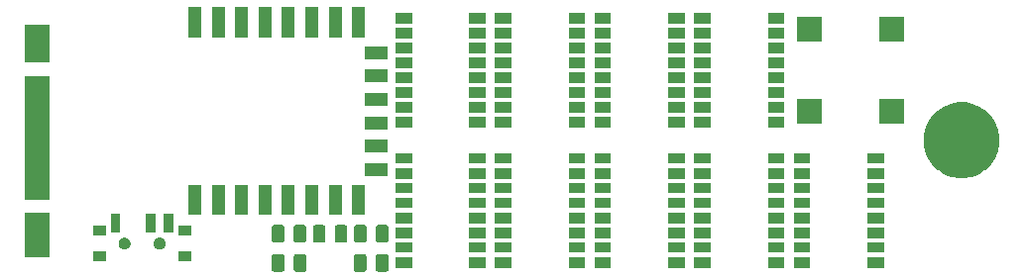
<source format=gbr>
G04 #@! TF.GenerationSoftware,KiCad,Pcbnew,(5.1.0-0)*
G04 #@! TF.CreationDate,2020-08-21T20:36:15-04:00*
G04 #@! TF.ProjectId,Rick Flash,5269636b-2046-46c6-9173-682e6b696361,1.1*
G04 #@! TF.SameCoordinates,Original*
G04 #@! TF.FileFunction,Soldermask,Top*
G04 #@! TF.FilePolarity,Negative*
%FSLAX46Y46*%
G04 Gerber Fmt 4.6, Leading zero omitted, Abs format (unit mm)*
G04 Created by KiCad (PCBNEW (5.1.0-0)) date 2020-08-21 20:36:15*
%MOMM*%
%LPD*%
G04 APERTURE LIST*
%ADD10C,0.100000*%
G04 APERTURE END LIST*
D10*
G36*
X115000000Y-103225000D02*
G01*
X115000000Y-106925000D01*
X117000000Y-106925000D01*
X117000000Y-103225000D01*
X115000000Y-103225000D01*
G37*
X115000000Y-103225000D02*
X115000000Y-106925000D01*
X117000000Y-106925000D01*
X117000000Y-103225000D01*
X115000000Y-103225000D01*
G36*
X115000000Y-91475000D02*
G01*
X115000000Y-102025000D01*
X117000000Y-102025000D01*
X117000000Y-91475000D01*
X115000000Y-91475000D01*
G37*
X115000000Y-91475000D02*
X115000000Y-102025000D01*
X117000000Y-102025000D01*
X117000000Y-91475000D01*
X115000000Y-91475000D01*
G36*
X115000000Y-87075000D02*
G01*
X115000000Y-90275000D01*
X117000000Y-90275000D01*
X117000000Y-87075000D01*
X115000000Y-87075000D01*
G37*
X115000000Y-87075000D02*
X115000000Y-90275000D01*
X117000000Y-90275000D01*
X117000000Y-87075000D01*
X115000000Y-87075000D01*
G36*
X145871468Y-106753565D02*
G01*
X145910138Y-106765296D01*
X145945777Y-106784346D01*
X145977017Y-106809983D01*
X146002654Y-106841223D01*
X146021704Y-106876862D01*
X146033435Y-106915532D01*
X146038000Y-106961888D01*
X146038000Y-108038112D01*
X146033435Y-108084468D01*
X146021704Y-108123138D01*
X146002654Y-108158777D01*
X145977017Y-108190017D01*
X145945777Y-108215654D01*
X145910138Y-108234704D01*
X145871468Y-108246435D01*
X145825112Y-108251000D01*
X145173888Y-108251000D01*
X145127532Y-108246435D01*
X145088862Y-108234704D01*
X145053223Y-108215654D01*
X145021983Y-108190017D01*
X144996346Y-108158777D01*
X144977296Y-108123138D01*
X144965565Y-108084468D01*
X144961000Y-108038112D01*
X144961000Y-106961888D01*
X144965565Y-106915532D01*
X144977296Y-106876862D01*
X144996346Y-106841223D01*
X145021983Y-106809983D01*
X145053223Y-106784346D01*
X145088862Y-106765296D01*
X145127532Y-106753565D01*
X145173888Y-106749000D01*
X145825112Y-106749000D01*
X145871468Y-106753565D01*
X145871468Y-106753565D01*
G37*
G36*
X143996468Y-106753565D02*
G01*
X144035138Y-106765296D01*
X144070777Y-106784346D01*
X144102017Y-106809983D01*
X144127654Y-106841223D01*
X144146704Y-106876862D01*
X144158435Y-106915532D01*
X144163000Y-106961888D01*
X144163000Y-108038112D01*
X144158435Y-108084468D01*
X144146704Y-108123138D01*
X144127654Y-108158777D01*
X144102017Y-108190017D01*
X144070777Y-108215654D01*
X144035138Y-108234704D01*
X143996468Y-108246435D01*
X143950112Y-108251000D01*
X143298888Y-108251000D01*
X143252532Y-108246435D01*
X143213862Y-108234704D01*
X143178223Y-108215654D01*
X143146983Y-108190017D01*
X143121346Y-108158777D01*
X143102296Y-108123138D01*
X143090565Y-108084468D01*
X143086000Y-108038112D01*
X143086000Y-106961888D01*
X143090565Y-106915532D01*
X143102296Y-106876862D01*
X143121346Y-106841223D01*
X143146983Y-106809983D01*
X143178223Y-106784346D01*
X143213862Y-106765296D01*
X143252532Y-106753565D01*
X143298888Y-106749000D01*
X143950112Y-106749000D01*
X143996468Y-106753565D01*
X143996468Y-106753565D01*
G37*
G36*
X138871468Y-106753565D02*
G01*
X138910138Y-106765296D01*
X138945777Y-106784346D01*
X138977017Y-106809983D01*
X139002654Y-106841223D01*
X139021704Y-106876862D01*
X139033435Y-106915532D01*
X139038000Y-106961888D01*
X139038000Y-108038112D01*
X139033435Y-108084468D01*
X139021704Y-108123138D01*
X139002654Y-108158777D01*
X138977017Y-108190017D01*
X138945777Y-108215654D01*
X138910138Y-108234704D01*
X138871468Y-108246435D01*
X138825112Y-108251000D01*
X138173888Y-108251000D01*
X138127532Y-108246435D01*
X138088862Y-108234704D01*
X138053223Y-108215654D01*
X138021983Y-108190017D01*
X137996346Y-108158777D01*
X137977296Y-108123138D01*
X137965565Y-108084468D01*
X137961000Y-108038112D01*
X137961000Y-106961888D01*
X137965565Y-106915532D01*
X137977296Y-106876862D01*
X137996346Y-106841223D01*
X138021983Y-106809983D01*
X138053223Y-106784346D01*
X138088862Y-106765296D01*
X138127532Y-106753565D01*
X138173888Y-106749000D01*
X138825112Y-106749000D01*
X138871468Y-106753565D01*
X138871468Y-106753565D01*
G37*
G36*
X136996468Y-106753565D02*
G01*
X137035138Y-106765296D01*
X137070777Y-106784346D01*
X137102017Y-106809983D01*
X137127654Y-106841223D01*
X137146704Y-106876862D01*
X137158435Y-106915532D01*
X137163000Y-106961888D01*
X137163000Y-108038112D01*
X137158435Y-108084468D01*
X137146704Y-108123138D01*
X137127654Y-108158777D01*
X137102017Y-108190017D01*
X137070777Y-108215654D01*
X137035138Y-108234704D01*
X136996468Y-108246435D01*
X136950112Y-108251000D01*
X136298888Y-108251000D01*
X136252532Y-108246435D01*
X136213862Y-108234704D01*
X136178223Y-108215654D01*
X136146983Y-108190017D01*
X136121346Y-108158777D01*
X136102296Y-108123138D01*
X136090565Y-108084468D01*
X136086000Y-108038112D01*
X136086000Y-106961888D01*
X136090565Y-106915532D01*
X136102296Y-106876862D01*
X136121346Y-106841223D01*
X136146983Y-106809983D01*
X136178223Y-106784346D01*
X136213862Y-106765296D01*
X136252532Y-106753565D01*
X136298888Y-106749000D01*
X136950112Y-106749000D01*
X136996468Y-106753565D01*
X136996468Y-106753565D01*
G37*
G36*
X171351000Y-107901000D02*
G01*
X169949000Y-107901000D01*
X169949000Y-106999000D01*
X171351000Y-106999000D01*
X171351000Y-107901000D01*
X171351000Y-107901000D01*
G37*
G36*
X165051000Y-107901000D02*
G01*
X163649000Y-107901000D01*
X163649000Y-106999000D01*
X165051000Y-106999000D01*
X165051000Y-107901000D01*
X165051000Y-107901000D01*
G37*
G36*
X162851000Y-107901000D02*
G01*
X161449000Y-107901000D01*
X161449000Y-106999000D01*
X162851000Y-106999000D01*
X162851000Y-107901000D01*
X162851000Y-107901000D01*
G37*
G36*
X156551000Y-107901000D02*
G01*
X155149000Y-107901000D01*
X155149000Y-106999000D01*
X156551000Y-106999000D01*
X156551000Y-107901000D01*
X156551000Y-107901000D01*
G37*
G36*
X154351000Y-107901000D02*
G01*
X152949000Y-107901000D01*
X152949000Y-106999000D01*
X154351000Y-106999000D01*
X154351000Y-107901000D01*
X154351000Y-107901000D01*
G37*
G36*
X148051000Y-107901000D02*
G01*
X146649000Y-107901000D01*
X146649000Y-106999000D01*
X148051000Y-106999000D01*
X148051000Y-107901000D01*
X148051000Y-107901000D01*
G37*
G36*
X188351000Y-107901000D02*
G01*
X186949000Y-107901000D01*
X186949000Y-106999000D01*
X188351000Y-106999000D01*
X188351000Y-107901000D01*
X188351000Y-107901000D01*
G37*
G36*
X182051000Y-107901000D02*
G01*
X180649000Y-107901000D01*
X180649000Y-106999000D01*
X182051000Y-106999000D01*
X182051000Y-107901000D01*
X182051000Y-107901000D01*
G37*
G36*
X179851000Y-107901000D02*
G01*
X178449000Y-107901000D01*
X178449000Y-106999000D01*
X179851000Y-106999000D01*
X179851000Y-107901000D01*
X179851000Y-107901000D01*
G37*
G36*
X173551000Y-107901000D02*
G01*
X172149000Y-107901000D01*
X172149000Y-106999000D01*
X173551000Y-106999000D01*
X173551000Y-107901000D01*
X173551000Y-107901000D01*
G37*
G36*
X129201000Y-107381000D02*
G01*
X128099000Y-107381000D01*
X128099000Y-106479000D01*
X129201000Y-106479000D01*
X129201000Y-107381000D01*
X129201000Y-107381000D01*
G37*
G36*
X121901000Y-107381000D02*
G01*
X120799000Y-107381000D01*
X120799000Y-106479000D01*
X121901000Y-106479000D01*
X121901000Y-107381000D01*
X121901000Y-107381000D01*
G37*
G36*
X148051000Y-106621000D02*
G01*
X146649000Y-106621000D01*
X146649000Y-105719000D01*
X148051000Y-105719000D01*
X148051000Y-106621000D01*
X148051000Y-106621000D01*
G37*
G36*
X154351000Y-106621000D02*
G01*
X152949000Y-106621000D01*
X152949000Y-105719000D01*
X154351000Y-105719000D01*
X154351000Y-106621000D01*
X154351000Y-106621000D01*
G37*
G36*
X156551000Y-106621000D02*
G01*
X155149000Y-106621000D01*
X155149000Y-105719000D01*
X156551000Y-105719000D01*
X156551000Y-106621000D01*
X156551000Y-106621000D01*
G37*
G36*
X162851000Y-106621000D02*
G01*
X161449000Y-106621000D01*
X161449000Y-105719000D01*
X162851000Y-105719000D01*
X162851000Y-106621000D01*
X162851000Y-106621000D01*
G37*
G36*
X165051000Y-106621000D02*
G01*
X163649000Y-106621000D01*
X163649000Y-105719000D01*
X165051000Y-105719000D01*
X165051000Y-106621000D01*
X165051000Y-106621000D01*
G37*
G36*
X171351000Y-106621000D02*
G01*
X169949000Y-106621000D01*
X169949000Y-105719000D01*
X171351000Y-105719000D01*
X171351000Y-106621000D01*
X171351000Y-106621000D01*
G37*
G36*
X173551000Y-106621000D02*
G01*
X172149000Y-106621000D01*
X172149000Y-105719000D01*
X173551000Y-105719000D01*
X173551000Y-106621000D01*
X173551000Y-106621000D01*
G37*
G36*
X179851000Y-106621000D02*
G01*
X178449000Y-106621000D01*
X178449000Y-105719000D01*
X179851000Y-105719000D01*
X179851000Y-106621000D01*
X179851000Y-106621000D01*
G37*
G36*
X182051000Y-106621000D02*
G01*
X180649000Y-106621000D01*
X180649000Y-105719000D01*
X182051000Y-105719000D01*
X182051000Y-106621000D01*
X182051000Y-106621000D01*
G37*
G36*
X188351000Y-106621000D02*
G01*
X186949000Y-106621000D01*
X186949000Y-105719000D01*
X188351000Y-105719000D01*
X188351000Y-106621000D01*
X188351000Y-106621000D01*
G37*
G36*
X126597740Y-105338626D02*
G01*
X126646136Y-105348253D01*
X126676909Y-105361000D01*
X126737311Y-105386019D01*
X126737312Y-105386020D01*
X126819369Y-105440848D01*
X126889152Y-105510631D01*
X126889153Y-105510633D01*
X126943981Y-105592689D01*
X126981747Y-105683865D01*
X127001000Y-105780655D01*
X127001000Y-105879345D01*
X126981747Y-105976135D01*
X126943981Y-106067311D01*
X126943980Y-106067312D01*
X126889152Y-106149369D01*
X126819369Y-106219152D01*
X126778062Y-106246752D01*
X126737311Y-106273981D01*
X126683902Y-106296104D01*
X126646136Y-106311747D01*
X126597740Y-106321373D01*
X126549345Y-106331000D01*
X126450655Y-106331000D01*
X126402260Y-106321373D01*
X126353864Y-106311747D01*
X126316098Y-106296104D01*
X126262689Y-106273981D01*
X126221938Y-106246752D01*
X126180631Y-106219152D01*
X126110848Y-106149369D01*
X126056020Y-106067312D01*
X126056019Y-106067311D01*
X126018253Y-105976135D01*
X125999000Y-105879345D01*
X125999000Y-105780655D01*
X126018253Y-105683865D01*
X126056019Y-105592689D01*
X126110847Y-105510633D01*
X126110848Y-105510631D01*
X126180631Y-105440848D01*
X126262688Y-105386020D01*
X126262689Y-105386019D01*
X126323091Y-105361000D01*
X126353864Y-105348253D01*
X126402260Y-105338626D01*
X126450655Y-105329000D01*
X126549345Y-105329000D01*
X126597740Y-105338626D01*
X126597740Y-105338626D01*
G37*
G36*
X123597740Y-105338626D02*
G01*
X123646136Y-105348253D01*
X123676909Y-105361000D01*
X123737311Y-105386019D01*
X123737312Y-105386020D01*
X123819369Y-105440848D01*
X123889152Y-105510631D01*
X123889153Y-105510633D01*
X123943981Y-105592689D01*
X123981747Y-105683865D01*
X124001000Y-105780655D01*
X124001000Y-105879345D01*
X123981747Y-105976135D01*
X123943981Y-106067311D01*
X123943980Y-106067312D01*
X123889152Y-106149369D01*
X123819369Y-106219152D01*
X123778062Y-106246752D01*
X123737311Y-106273981D01*
X123683902Y-106296104D01*
X123646136Y-106311747D01*
X123597740Y-106321373D01*
X123549345Y-106331000D01*
X123450655Y-106331000D01*
X123402260Y-106321373D01*
X123353864Y-106311747D01*
X123316098Y-106296104D01*
X123262689Y-106273981D01*
X123221938Y-106246752D01*
X123180631Y-106219152D01*
X123110848Y-106149369D01*
X123056020Y-106067312D01*
X123056019Y-106067311D01*
X123018253Y-105976135D01*
X122999000Y-105879345D01*
X122999000Y-105780655D01*
X123018253Y-105683865D01*
X123056019Y-105592689D01*
X123110847Y-105510633D01*
X123110848Y-105510631D01*
X123180631Y-105440848D01*
X123262688Y-105386020D01*
X123262689Y-105386019D01*
X123323091Y-105361000D01*
X123353864Y-105348253D01*
X123402260Y-105338626D01*
X123450655Y-105329000D01*
X123549345Y-105329000D01*
X123597740Y-105338626D01*
X123597740Y-105338626D01*
G37*
G36*
X142371468Y-104253565D02*
G01*
X142410138Y-104265296D01*
X142445777Y-104284346D01*
X142477017Y-104309983D01*
X142502654Y-104341223D01*
X142521704Y-104376862D01*
X142533435Y-104415532D01*
X142538000Y-104461888D01*
X142538000Y-105538112D01*
X142533435Y-105584468D01*
X142521704Y-105623138D01*
X142502654Y-105658777D01*
X142477017Y-105690017D01*
X142445777Y-105715654D01*
X142410138Y-105734704D01*
X142371468Y-105746435D01*
X142325112Y-105751000D01*
X141673888Y-105751000D01*
X141627532Y-105746435D01*
X141588862Y-105734704D01*
X141553223Y-105715654D01*
X141521983Y-105690017D01*
X141496346Y-105658777D01*
X141477296Y-105623138D01*
X141465565Y-105584468D01*
X141461000Y-105538112D01*
X141461000Y-104461888D01*
X141465565Y-104415532D01*
X141477296Y-104376862D01*
X141496346Y-104341223D01*
X141521983Y-104309983D01*
X141553223Y-104284346D01*
X141588862Y-104265296D01*
X141627532Y-104253565D01*
X141673888Y-104249000D01*
X142325112Y-104249000D01*
X142371468Y-104253565D01*
X142371468Y-104253565D01*
G37*
G36*
X136996468Y-104253565D02*
G01*
X137035138Y-104265296D01*
X137070777Y-104284346D01*
X137102017Y-104309983D01*
X137127654Y-104341223D01*
X137146704Y-104376862D01*
X137158435Y-104415532D01*
X137163000Y-104461888D01*
X137163000Y-105538112D01*
X137158435Y-105584468D01*
X137146704Y-105623138D01*
X137127654Y-105658777D01*
X137102017Y-105690017D01*
X137070777Y-105715654D01*
X137035138Y-105734704D01*
X136996468Y-105746435D01*
X136950112Y-105751000D01*
X136298888Y-105751000D01*
X136252532Y-105746435D01*
X136213862Y-105734704D01*
X136178223Y-105715654D01*
X136146983Y-105690017D01*
X136121346Y-105658777D01*
X136102296Y-105623138D01*
X136090565Y-105584468D01*
X136086000Y-105538112D01*
X136086000Y-104461888D01*
X136090565Y-104415532D01*
X136102296Y-104376862D01*
X136121346Y-104341223D01*
X136146983Y-104309983D01*
X136178223Y-104284346D01*
X136213862Y-104265296D01*
X136252532Y-104253565D01*
X136298888Y-104249000D01*
X136950112Y-104249000D01*
X136996468Y-104253565D01*
X136996468Y-104253565D01*
G37*
G36*
X143996468Y-104253565D02*
G01*
X144035138Y-104265296D01*
X144070777Y-104284346D01*
X144102017Y-104309983D01*
X144127654Y-104341223D01*
X144146704Y-104376862D01*
X144158435Y-104415532D01*
X144163000Y-104461888D01*
X144163000Y-105538112D01*
X144158435Y-105584468D01*
X144146704Y-105623138D01*
X144127654Y-105658777D01*
X144102017Y-105690017D01*
X144070777Y-105715654D01*
X144035138Y-105734704D01*
X143996468Y-105746435D01*
X143950112Y-105751000D01*
X143298888Y-105751000D01*
X143252532Y-105746435D01*
X143213862Y-105734704D01*
X143178223Y-105715654D01*
X143146983Y-105690017D01*
X143121346Y-105658777D01*
X143102296Y-105623138D01*
X143090565Y-105584468D01*
X143086000Y-105538112D01*
X143086000Y-104461888D01*
X143090565Y-104415532D01*
X143102296Y-104376862D01*
X143121346Y-104341223D01*
X143146983Y-104309983D01*
X143178223Y-104284346D01*
X143213862Y-104265296D01*
X143252532Y-104253565D01*
X143298888Y-104249000D01*
X143950112Y-104249000D01*
X143996468Y-104253565D01*
X143996468Y-104253565D01*
G37*
G36*
X140496468Y-104253565D02*
G01*
X140535138Y-104265296D01*
X140570777Y-104284346D01*
X140602017Y-104309983D01*
X140627654Y-104341223D01*
X140646704Y-104376862D01*
X140658435Y-104415532D01*
X140663000Y-104461888D01*
X140663000Y-105538112D01*
X140658435Y-105584468D01*
X140646704Y-105623138D01*
X140627654Y-105658777D01*
X140602017Y-105690017D01*
X140570777Y-105715654D01*
X140535138Y-105734704D01*
X140496468Y-105746435D01*
X140450112Y-105751000D01*
X139798888Y-105751000D01*
X139752532Y-105746435D01*
X139713862Y-105734704D01*
X139678223Y-105715654D01*
X139646983Y-105690017D01*
X139621346Y-105658777D01*
X139602296Y-105623138D01*
X139590565Y-105584468D01*
X139586000Y-105538112D01*
X139586000Y-104461888D01*
X139590565Y-104415532D01*
X139602296Y-104376862D01*
X139621346Y-104341223D01*
X139646983Y-104309983D01*
X139678223Y-104284346D01*
X139713862Y-104265296D01*
X139752532Y-104253565D01*
X139798888Y-104249000D01*
X140450112Y-104249000D01*
X140496468Y-104253565D01*
X140496468Y-104253565D01*
G37*
G36*
X145871468Y-104253565D02*
G01*
X145910138Y-104265296D01*
X145945777Y-104284346D01*
X145977017Y-104309983D01*
X146002654Y-104341223D01*
X146021704Y-104376862D01*
X146033435Y-104415532D01*
X146038000Y-104461888D01*
X146038000Y-105538112D01*
X146033435Y-105584468D01*
X146021704Y-105623138D01*
X146002654Y-105658777D01*
X145977017Y-105690017D01*
X145945777Y-105715654D01*
X145910138Y-105734704D01*
X145871468Y-105746435D01*
X145825112Y-105751000D01*
X145173888Y-105751000D01*
X145127532Y-105746435D01*
X145088862Y-105734704D01*
X145053223Y-105715654D01*
X145021983Y-105690017D01*
X144996346Y-105658777D01*
X144977296Y-105623138D01*
X144965565Y-105584468D01*
X144961000Y-105538112D01*
X144961000Y-104461888D01*
X144965565Y-104415532D01*
X144977296Y-104376862D01*
X144996346Y-104341223D01*
X145021983Y-104309983D01*
X145053223Y-104284346D01*
X145088862Y-104265296D01*
X145127532Y-104253565D01*
X145173888Y-104249000D01*
X145825112Y-104249000D01*
X145871468Y-104253565D01*
X145871468Y-104253565D01*
G37*
G36*
X138871468Y-104253565D02*
G01*
X138910138Y-104265296D01*
X138945777Y-104284346D01*
X138977017Y-104309983D01*
X139002654Y-104341223D01*
X139021704Y-104376862D01*
X139033435Y-104415532D01*
X139038000Y-104461888D01*
X139038000Y-105538112D01*
X139033435Y-105584468D01*
X139021704Y-105623138D01*
X139002654Y-105658777D01*
X138977017Y-105690017D01*
X138945777Y-105715654D01*
X138910138Y-105734704D01*
X138871468Y-105746435D01*
X138825112Y-105751000D01*
X138173888Y-105751000D01*
X138127532Y-105746435D01*
X138088862Y-105734704D01*
X138053223Y-105715654D01*
X138021983Y-105690017D01*
X137996346Y-105658777D01*
X137977296Y-105623138D01*
X137965565Y-105584468D01*
X137961000Y-105538112D01*
X137961000Y-104461888D01*
X137965565Y-104415532D01*
X137977296Y-104376862D01*
X137996346Y-104341223D01*
X138021983Y-104309983D01*
X138053223Y-104284346D01*
X138088862Y-104265296D01*
X138127532Y-104253565D01*
X138173888Y-104249000D01*
X138825112Y-104249000D01*
X138871468Y-104253565D01*
X138871468Y-104253565D01*
G37*
G36*
X162851000Y-105361000D02*
G01*
X161449000Y-105361000D01*
X161449000Y-104459000D01*
X162851000Y-104459000D01*
X162851000Y-105361000D01*
X162851000Y-105361000D01*
G37*
G36*
X156551000Y-105361000D02*
G01*
X155149000Y-105361000D01*
X155149000Y-104459000D01*
X156551000Y-104459000D01*
X156551000Y-105361000D01*
X156551000Y-105361000D01*
G37*
G36*
X154351000Y-105361000D02*
G01*
X152949000Y-105361000D01*
X152949000Y-104459000D01*
X154351000Y-104459000D01*
X154351000Y-105361000D01*
X154351000Y-105361000D01*
G37*
G36*
X148051000Y-105361000D02*
G01*
X146649000Y-105361000D01*
X146649000Y-104459000D01*
X148051000Y-104459000D01*
X148051000Y-105361000D01*
X148051000Y-105361000D01*
G37*
G36*
X171351000Y-105361000D02*
G01*
X169949000Y-105361000D01*
X169949000Y-104459000D01*
X171351000Y-104459000D01*
X171351000Y-105361000D01*
X171351000Y-105361000D01*
G37*
G36*
X173551000Y-105361000D02*
G01*
X172149000Y-105361000D01*
X172149000Y-104459000D01*
X173551000Y-104459000D01*
X173551000Y-105361000D01*
X173551000Y-105361000D01*
G37*
G36*
X165051000Y-105361000D02*
G01*
X163649000Y-105361000D01*
X163649000Y-104459000D01*
X165051000Y-104459000D01*
X165051000Y-105361000D01*
X165051000Y-105361000D01*
G37*
G36*
X179851000Y-105361000D02*
G01*
X178449000Y-105361000D01*
X178449000Y-104459000D01*
X179851000Y-104459000D01*
X179851000Y-105361000D01*
X179851000Y-105361000D01*
G37*
G36*
X182051000Y-105361000D02*
G01*
X180649000Y-105361000D01*
X180649000Y-104459000D01*
X182051000Y-104459000D01*
X182051000Y-105361000D01*
X182051000Y-105361000D01*
G37*
G36*
X188351000Y-105361000D02*
G01*
X186949000Y-105361000D01*
X186949000Y-104459000D01*
X188351000Y-104459000D01*
X188351000Y-105361000D01*
X188351000Y-105361000D01*
G37*
G36*
X129201000Y-105171000D02*
G01*
X128099000Y-105171000D01*
X128099000Y-104269000D01*
X129201000Y-104269000D01*
X129201000Y-105171000D01*
X129201000Y-105171000D01*
G37*
G36*
X121901000Y-105171000D02*
G01*
X120799000Y-105171000D01*
X120799000Y-104269000D01*
X121901000Y-104269000D01*
X121901000Y-105171000D01*
X121901000Y-105171000D01*
G37*
G36*
X127651000Y-104871000D02*
G01*
X126849000Y-104871000D01*
X126849000Y-103269000D01*
X127651000Y-103269000D01*
X127651000Y-104871000D01*
X127651000Y-104871000D01*
G37*
G36*
X123151000Y-104871000D02*
G01*
X122349000Y-104871000D01*
X122349000Y-103269000D01*
X123151000Y-103269000D01*
X123151000Y-104871000D01*
X123151000Y-104871000D01*
G37*
G36*
X126151000Y-104871000D02*
G01*
X125349000Y-104871000D01*
X125349000Y-103269000D01*
X126151000Y-103269000D01*
X126151000Y-104871000D01*
X126151000Y-104871000D01*
G37*
G36*
X154351000Y-104091000D02*
G01*
X152949000Y-104091000D01*
X152949000Y-103189000D01*
X154351000Y-103189000D01*
X154351000Y-104091000D01*
X154351000Y-104091000D01*
G37*
G36*
X165051000Y-104091000D02*
G01*
X163649000Y-104091000D01*
X163649000Y-103189000D01*
X165051000Y-103189000D01*
X165051000Y-104091000D01*
X165051000Y-104091000D01*
G37*
G36*
X156551000Y-104091000D02*
G01*
X155149000Y-104091000D01*
X155149000Y-103189000D01*
X156551000Y-103189000D01*
X156551000Y-104091000D01*
X156551000Y-104091000D01*
G37*
G36*
X182051000Y-104091000D02*
G01*
X180649000Y-104091000D01*
X180649000Y-103189000D01*
X182051000Y-103189000D01*
X182051000Y-104091000D01*
X182051000Y-104091000D01*
G37*
G36*
X171351000Y-104091000D02*
G01*
X169949000Y-104091000D01*
X169949000Y-103189000D01*
X171351000Y-103189000D01*
X171351000Y-104091000D01*
X171351000Y-104091000D01*
G37*
G36*
X173551000Y-104091000D02*
G01*
X172149000Y-104091000D01*
X172149000Y-103189000D01*
X173551000Y-103189000D01*
X173551000Y-104091000D01*
X173551000Y-104091000D01*
G37*
G36*
X162851000Y-104091000D02*
G01*
X161449000Y-104091000D01*
X161449000Y-103189000D01*
X162851000Y-103189000D01*
X162851000Y-104091000D01*
X162851000Y-104091000D01*
G37*
G36*
X188351000Y-104091000D02*
G01*
X186949000Y-104091000D01*
X186949000Y-103189000D01*
X188351000Y-103189000D01*
X188351000Y-104091000D01*
X188351000Y-104091000D01*
G37*
G36*
X148051000Y-104091000D02*
G01*
X146649000Y-104091000D01*
X146649000Y-103189000D01*
X148051000Y-103189000D01*
X148051000Y-104091000D01*
X148051000Y-104091000D01*
G37*
G36*
X179851000Y-104091000D02*
G01*
X178449000Y-104091000D01*
X178449000Y-103189000D01*
X179851000Y-103189000D01*
X179851000Y-104091000D01*
X179851000Y-104091000D01*
G37*
G36*
X136051000Y-103401000D02*
G01*
X134949000Y-103401000D01*
X134949000Y-100799000D01*
X136051000Y-100799000D01*
X136051000Y-103401000D01*
X136051000Y-103401000D01*
G37*
G36*
X130051000Y-103401000D02*
G01*
X128949000Y-103401000D01*
X128949000Y-100799000D01*
X130051000Y-100799000D01*
X130051000Y-103401000D01*
X130051000Y-103401000D01*
G37*
G36*
X132051000Y-103401000D02*
G01*
X130949000Y-103401000D01*
X130949000Y-100799000D01*
X132051000Y-100799000D01*
X132051000Y-103401000D01*
X132051000Y-103401000D01*
G37*
G36*
X134051000Y-103401000D02*
G01*
X132949000Y-103401000D01*
X132949000Y-100799000D01*
X134051000Y-100799000D01*
X134051000Y-103401000D01*
X134051000Y-103401000D01*
G37*
G36*
X144051000Y-103401000D02*
G01*
X142949000Y-103401000D01*
X142949000Y-100799000D01*
X144051000Y-100799000D01*
X144051000Y-103401000D01*
X144051000Y-103401000D01*
G37*
G36*
X142051000Y-103401000D02*
G01*
X140949000Y-103401000D01*
X140949000Y-100799000D01*
X142051000Y-100799000D01*
X142051000Y-103401000D01*
X142051000Y-103401000D01*
G37*
G36*
X140051000Y-103401000D02*
G01*
X138949000Y-103401000D01*
X138949000Y-100799000D01*
X140051000Y-100799000D01*
X140051000Y-103401000D01*
X140051000Y-103401000D01*
G37*
G36*
X138051000Y-103401000D02*
G01*
X136949000Y-103401000D01*
X136949000Y-100799000D01*
X138051000Y-100799000D01*
X138051000Y-103401000D01*
X138051000Y-103401000D01*
G37*
G36*
X156551000Y-102811000D02*
G01*
X155149000Y-102811000D01*
X155149000Y-101909000D01*
X156551000Y-101909000D01*
X156551000Y-102811000D01*
X156551000Y-102811000D01*
G37*
G36*
X173551000Y-102811000D02*
G01*
X172149000Y-102811000D01*
X172149000Y-101909000D01*
X173551000Y-101909000D01*
X173551000Y-102811000D01*
X173551000Y-102811000D01*
G37*
G36*
X154351000Y-102811000D02*
G01*
X152949000Y-102811000D01*
X152949000Y-101909000D01*
X154351000Y-101909000D01*
X154351000Y-102811000D01*
X154351000Y-102811000D01*
G37*
G36*
X162851000Y-102811000D02*
G01*
X161449000Y-102811000D01*
X161449000Y-101909000D01*
X162851000Y-101909000D01*
X162851000Y-102811000D01*
X162851000Y-102811000D01*
G37*
G36*
X188351000Y-102811000D02*
G01*
X186949000Y-102811000D01*
X186949000Y-101909000D01*
X188351000Y-101909000D01*
X188351000Y-102811000D01*
X188351000Y-102811000D01*
G37*
G36*
X179851000Y-102811000D02*
G01*
X178449000Y-102811000D01*
X178449000Y-101909000D01*
X179851000Y-101909000D01*
X179851000Y-102811000D01*
X179851000Y-102811000D01*
G37*
G36*
X171351000Y-102811000D02*
G01*
X169949000Y-102811000D01*
X169949000Y-101909000D01*
X171351000Y-101909000D01*
X171351000Y-102811000D01*
X171351000Y-102811000D01*
G37*
G36*
X148051000Y-102811000D02*
G01*
X146649000Y-102811000D01*
X146649000Y-101909000D01*
X148051000Y-101909000D01*
X148051000Y-102811000D01*
X148051000Y-102811000D01*
G37*
G36*
X182051000Y-102811000D02*
G01*
X180649000Y-102811000D01*
X180649000Y-101909000D01*
X182051000Y-101909000D01*
X182051000Y-102811000D01*
X182051000Y-102811000D01*
G37*
G36*
X165051000Y-102811000D02*
G01*
X163649000Y-102811000D01*
X163649000Y-101909000D01*
X165051000Y-101909000D01*
X165051000Y-102811000D01*
X165051000Y-102811000D01*
G37*
G36*
X188351000Y-101541000D02*
G01*
X186949000Y-101541000D01*
X186949000Y-100639000D01*
X188351000Y-100639000D01*
X188351000Y-101541000D01*
X188351000Y-101541000D01*
G37*
G36*
X165051000Y-101541000D02*
G01*
X163649000Y-101541000D01*
X163649000Y-100639000D01*
X165051000Y-100639000D01*
X165051000Y-101541000D01*
X165051000Y-101541000D01*
G37*
G36*
X156551000Y-101541000D02*
G01*
X155149000Y-101541000D01*
X155149000Y-100639000D01*
X156551000Y-100639000D01*
X156551000Y-101541000D01*
X156551000Y-101541000D01*
G37*
G36*
X182051000Y-101541000D02*
G01*
X180649000Y-101541000D01*
X180649000Y-100639000D01*
X182051000Y-100639000D01*
X182051000Y-101541000D01*
X182051000Y-101541000D01*
G37*
G36*
X154351000Y-101541000D02*
G01*
X152949000Y-101541000D01*
X152949000Y-100639000D01*
X154351000Y-100639000D01*
X154351000Y-101541000D01*
X154351000Y-101541000D01*
G37*
G36*
X148051000Y-101541000D02*
G01*
X146649000Y-101541000D01*
X146649000Y-100639000D01*
X148051000Y-100639000D01*
X148051000Y-101541000D01*
X148051000Y-101541000D01*
G37*
G36*
X171351000Y-101541000D02*
G01*
X169949000Y-101541000D01*
X169949000Y-100639000D01*
X171351000Y-100639000D01*
X171351000Y-101541000D01*
X171351000Y-101541000D01*
G37*
G36*
X162851000Y-101541000D02*
G01*
X161449000Y-101541000D01*
X161449000Y-100639000D01*
X162851000Y-100639000D01*
X162851000Y-101541000D01*
X162851000Y-101541000D01*
G37*
G36*
X179851000Y-101541000D02*
G01*
X178449000Y-101541000D01*
X178449000Y-100639000D01*
X179851000Y-100639000D01*
X179851000Y-101541000D01*
X179851000Y-101541000D01*
G37*
G36*
X173551000Y-101541000D02*
G01*
X172149000Y-101541000D01*
X172149000Y-100639000D01*
X173551000Y-100639000D01*
X173551000Y-101541000D01*
X173551000Y-101541000D01*
G37*
G36*
X179851000Y-100281000D02*
G01*
X178449000Y-100281000D01*
X178449000Y-99379000D01*
X179851000Y-99379000D01*
X179851000Y-100281000D01*
X179851000Y-100281000D01*
G37*
G36*
X173551000Y-100281000D02*
G01*
X172149000Y-100281000D01*
X172149000Y-99379000D01*
X173551000Y-99379000D01*
X173551000Y-100281000D01*
X173551000Y-100281000D01*
G37*
G36*
X182051000Y-100281000D02*
G01*
X180649000Y-100281000D01*
X180649000Y-99379000D01*
X182051000Y-99379000D01*
X182051000Y-100281000D01*
X182051000Y-100281000D01*
G37*
G36*
X171351000Y-100281000D02*
G01*
X169949000Y-100281000D01*
X169949000Y-99379000D01*
X171351000Y-99379000D01*
X171351000Y-100281000D01*
X171351000Y-100281000D01*
G37*
G36*
X156551000Y-100281000D02*
G01*
X155149000Y-100281000D01*
X155149000Y-99379000D01*
X156551000Y-99379000D01*
X156551000Y-100281000D01*
X156551000Y-100281000D01*
G37*
G36*
X162851000Y-100281000D02*
G01*
X161449000Y-100281000D01*
X161449000Y-99379000D01*
X162851000Y-99379000D01*
X162851000Y-100281000D01*
X162851000Y-100281000D01*
G37*
G36*
X154351000Y-100281000D02*
G01*
X152949000Y-100281000D01*
X152949000Y-99379000D01*
X154351000Y-99379000D01*
X154351000Y-100281000D01*
X154351000Y-100281000D01*
G37*
G36*
X148051000Y-100281000D02*
G01*
X146649000Y-100281000D01*
X146649000Y-99379000D01*
X148051000Y-99379000D01*
X148051000Y-100281000D01*
X148051000Y-100281000D01*
G37*
G36*
X165051000Y-100281000D02*
G01*
X163649000Y-100281000D01*
X163649000Y-99379000D01*
X165051000Y-99379000D01*
X165051000Y-100281000D01*
X165051000Y-100281000D01*
G37*
G36*
X188351000Y-100281000D02*
G01*
X186949000Y-100281000D01*
X186949000Y-99379000D01*
X188351000Y-99379000D01*
X188351000Y-100281000D01*
X188351000Y-100281000D01*
G37*
G36*
X195634239Y-93811467D02*
G01*
X195948282Y-93873934D01*
X196539926Y-94119001D01*
X196947176Y-94391117D01*
X196997055Y-94424445D01*
X197072392Y-94474784D01*
X197525216Y-94927608D01*
X197880999Y-95460074D01*
X198126066Y-96051718D01*
X198251000Y-96679804D01*
X198251000Y-97320196D01*
X198126066Y-97948282D01*
X197880999Y-98539926D01*
X197690137Y-98825570D01*
X197525217Y-99072391D01*
X197072391Y-99525217D01*
X196966477Y-99595986D01*
X196539926Y-99880999D01*
X195948282Y-100126066D01*
X195634239Y-100188533D01*
X195320197Y-100251000D01*
X194679803Y-100251000D01*
X194365761Y-100188533D01*
X194051718Y-100126066D01*
X193460074Y-99880999D01*
X193033523Y-99595986D01*
X192927609Y-99525217D01*
X192474783Y-99072391D01*
X192309863Y-98825570D01*
X192119001Y-98539926D01*
X191873934Y-97948282D01*
X191749000Y-97320196D01*
X191749000Y-96679804D01*
X191873934Y-96051718D01*
X192119001Y-95460074D01*
X192474784Y-94927608D01*
X192927608Y-94474784D01*
X193002946Y-94424445D01*
X193052824Y-94391117D01*
X193460074Y-94119001D01*
X194051718Y-93873934D01*
X194365761Y-93811467D01*
X194679803Y-93749000D01*
X195320197Y-93749000D01*
X195634239Y-93811467D01*
X195634239Y-93811467D01*
G37*
G36*
X145951000Y-100051000D02*
G01*
X144049000Y-100051000D01*
X144049000Y-98949000D01*
X145951000Y-98949000D01*
X145951000Y-100051000D01*
X145951000Y-100051000D01*
G37*
G36*
X188351000Y-99001000D02*
G01*
X186949000Y-99001000D01*
X186949000Y-98099000D01*
X188351000Y-98099000D01*
X188351000Y-99001000D01*
X188351000Y-99001000D01*
G37*
G36*
X173551000Y-99001000D02*
G01*
X172149000Y-99001000D01*
X172149000Y-98099000D01*
X173551000Y-98099000D01*
X173551000Y-99001000D01*
X173551000Y-99001000D01*
G37*
G36*
X182051000Y-99001000D02*
G01*
X180649000Y-99001000D01*
X180649000Y-98099000D01*
X182051000Y-98099000D01*
X182051000Y-99001000D01*
X182051000Y-99001000D01*
G37*
G36*
X179851000Y-99001000D02*
G01*
X178449000Y-99001000D01*
X178449000Y-98099000D01*
X179851000Y-98099000D01*
X179851000Y-99001000D01*
X179851000Y-99001000D01*
G37*
G36*
X171351000Y-99001000D02*
G01*
X169949000Y-99001000D01*
X169949000Y-98099000D01*
X171351000Y-98099000D01*
X171351000Y-99001000D01*
X171351000Y-99001000D01*
G37*
G36*
X165051000Y-99001000D02*
G01*
X163649000Y-99001000D01*
X163649000Y-98099000D01*
X165051000Y-98099000D01*
X165051000Y-99001000D01*
X165051000Y-99001000D01*
G37*
G36*
X162851000Y-99001000D02*
G01*
X161449000Y-99001000D01*
X161449000Y-98099000D01*
X162851000Y-98099000D01*
X162851000Y-99001000D01*
X162851000Y-99001000D01*
G37*
G36*
X156551000Y-99001000D02*
G01*
X155149000Y-99001000D01*
X155149000Y-98099000D01*
X156551000Y-98099000D01*
X156551000Y-99001000D01*
X156551000Y-99001000D01*
G37*
G36*
X154351000Y-99001000D02*
G01*
X152949000Y-99001000D01*
X152949000Y-98099000D01*
X154351000Y-98099000D01*
X154351000Y-99001000D01*
X154351000Y-99001000D01*
G37*
G36*
X148051000Y-99001000D02*
G01*
X146649000Y-99001000D01*
X146649000Y-98099000D01*
X148051000Y-98099000D01*
X148051000Y-99001000D01*
X148051000Y-99001000D01*
G37*
G36*
X145951000Y-98051000D02*
G01*
X144049000Y-98051000D01*
X144049000Y-96949000D01*
X145951000Y-96949000D01*
X145951000Y-98051000D01*
X145951000Y-98051000D01*
G37*
G36*
X145951000Y-96051000D02*
G01*
X144049000Y-96051000D01*
X144049000Y-94949000D01*
X145951000Y-94949000D01*
X145951000Y-96051000D01*
X145951000Y-96051000D01*
G37*
G36*
X165051000Y-95901000D02*
G01*
X163649000Y-95901000D01*
X163649000Y-94999000D01*
X165051000Y-94999000D01*
X165051000Y-95901000D01*
X165051000Y-95901000D01*
G37*
G36*
X171351000Y-95901000D02*
G01*
X169949000Y-95901000D01*
X169949000Y-94999000D01*
X171351000Y-94999000D01*
X171351000Y-95901000D01*
X171351000Y-95901000D01*
G37*
G36*
X148051000Y-95901000D02*
G01*
X146649000Y-95901000D01*
X146649000Y-94999000D01*
X148051000Y-94999000D01*
X148051000Y-95901000D01*
X148051000Y-95901000D01*
G37*
G36*
X154351000Y-95901000D02*
G01*
X152949000Y-95901000D01*
X152949000Y-94999000D01*
X154351000Y-94999000D01*
X154351000Y-95901000D01*
X154351000Y-95901000D01*
G37*
G36*
X156551000Y-95901000D02*
G01*
X155149000Y-95901000D01*
X155149000Y-94999000D01*
X156551000Y-94999000D01*
X156551000Y-95901000D01*
X156551000Y-95901000D01*
G37*
G36*
X162851000Y-95901000D02*
G01*
X161449000Y-95901000D01*
X161449000Y-94999000D01*
X162851000Y-94999000D01*
X162851000Y-95901000D01*
X162851000Y-95901000D01*
G37*
G36*
X173551000Y-95901000D02*
G01*
X172149000Y-95901000D01*
X172149000Y-94999000D01*
X173551000Y-94999000D01*
X173551000Y-95901000D01*
X173551000Y-95901000D01*
G37*
G36*
X179851000Y-95901000D02*
G01*
X178449000Y-95901000D01*
X178449000Y-94999000D01*
X179851000Y-94999000D01*
X179851000Y-95901000D01*
X179851000Y-95901000D01*
G37*
G36*
X183051000Y-95551000D02*
G01*
X180949000Y-95551000D01*
X180949000Y-93449000D01*
X183051000Y-93449000D01*
X183051000Y-95551000D01*
X183051000Y-95551000D01*
G37*
G36*
X190051000Y-95551000D02*
G01*
X187949000Y-95551000D01*
X187949000Y-93449000D01*
X190051000Y-93449000D01*
X190051000Y-95551000D01*
X190051000Y-95551000D01*
G37*
G36*
X173551000Y-94621000D02*
G01*
X172149000Y-94621000D01*
X172149000Y-93719000D01*
X173551000Y-93719000D01*
X173551000Y-94621000D01*
X173551000Y-94621000D01*
G37*
G36*
X154351000Y-94621000D02*
G01*
X152949000Y-94621000D01*
X152949000Y-93719000D01*
X154351000Y-93719000D01*
X154351000Y-94621000D01*
X154351000Y-94621000D01*
G37*
G36*
X179851000Y-94621000D02*
G01*
X178449000Y-94621000D01*
X178449000Y-93719000D01*
X179851000Y-93719000D01*
X179851000Y-94621000D01*
X179851000Y-94621000D01*
G37*
G36*
X148051000Y-94621000D02*
G01*
X146649000Y-94621000D01*
X146649000Y-93719000D01*
X148051000Y-93719000D01*
X148051000Y-94621000D01*
X148051000Y-94621000D01*
G37*
G36*
X171351000Y-94621000D02*
G01*
X169949000Y-94621000D01*
X169949000Y-93719000D01*
X171351000Y-93719000D01*
X171351000Y-94621000D01*
X171351000Y-94621000D01*
G37*
G36*
X156551000Y-94621000D02*
G01*
X155149000Y-94621000D01*
X155149000Y-93719000D01*
X156551000Y-93719000D01*
X156551000Y-94621000D01*
X156551000Y-94621000D01*
G37*
G36*
X165051000Y-94621000D02*
G01*
X163649000Y-94621000D01*
X163649000Y-93719000D01*
X165051000Y-93719000D01*
X165051000Y-94621000D01*
X165051000Y-94621000D01*
G37*
G36*
X162851000Y-94621000D02*
G01*
X161449000Y-94621000D01*
X161449000Y-93719000D01*
X162851000Y-93719000D01*
X162851000Y-94621000D01*
X162851000Y-94621000D01*
G37*
G36*
X145951000Y-94051000D02*
G01*
X144049000Y-94051000D01*
X144049000Y-92949000D01*
X145951000Y-92949000D01*
X145951000Y-94051000D01*
X145951000Y-94051000D01*
G37*
G36*
X173551000Y-93361000D02*
G01*
X172149000Y-93361000D01*
X172149000Y-92459000D01*
X173551000Y-92459000D01*
X173551000Y-93361000D01*
X173551000Y-93361000D01*
G37*
G36*
X156551000Y-93361000D02*
G01*
X155149000Y-93361000D01*
X155149000Y-92459000D01*
X156551000Y-92459000D01*
X156551000Y-93361000D01*
X156551000Y-93361000D01*
G37*
G36*
X162851000Y-93361000D02*
G01*
X161449000Y-93361000D01*
X161449000Y-92459000D01*
X162851000Y-92459000D01*
X162851000Y-93361000D01*
X162851000Y-93361000D01*
G37*
G36*
X171351000Y-93361000D02*
G01*
X169949000Y-93361000D01*
X169949000Y-92459000D01*
X171351000Y-92459000D01*
X171351000Y-93361000D01*
X171351000Y-93361000D01*
G37*
G36*
X165051000Y-93361000D02*
G01*
X163649000Y-93361000D01*
X163649000Y-92459000D01*
X165051000Y-92459000D01*
X165051000Y-93361000D01*
X165051000Y-93361000D01*
G37*
G36*
X154351000Y-93361000D02*
G01*
X152949000Y-93361000D01*
X152949000Y-92459000D01*
X154351000Y-92459000D01*
X154351000Y-93361000D01*
X154351000Y-93361000D01*
G37*
G36*
X179851000Y-93361000D02*
G01*
X178449000Y-93361000D01*
X178449000Y-92459000D01*
X179851000Y-92459000D01*
X179851000Y-93361000D01*
X179851000Y-93361000D01*
G37*
G36*
X148051000Y-93361000D02*
G01*
X146649000Y-93361000D01*
X146649000Y-92459000D01*
X148051000Y-92459000D01*
X148051000Y-93361000D01*
X148051000Y-93361000D01*
G37*
G36*
X148051000Y-92091000D02*
G01*
X146649000Y-92091000D01*
X146649000Y-91189000D01*
X148051000Y-91189000D01*
X148051000Y-92091000D01*
X148051000Y-92091000D01*
G37*
G36*
X154351000Y-92091000D02*
G01*
X152949000Y-92091000D01*
X152949000Y-91189000D01*
X154351000Y-91189000D01*
X154351000Y-92091000D01*
X154351000Y-92091000D01*
G37*
G36*
X173551000Y-92091000D02*
G01*
X172149000Y-92091000D01*
X172149000Y-91189000D01*
X173551000Y-91189000D01*
X173551000Y-92091000D01*
X173551000Y-92091000D01*
G37*
G36*
X156551000Y-92091000D02*
G01*
X155149000Y-92091000D01*
X155149000Y-91189000D01*
X156551000Y-91189000D01*
X156551000Y-92091000D01*
X156551000Y-92091000D01*
G37*
G36*
X162851000Y-92091000D02*
G01*
X161449000Y-92091000D01*
X161449000Y-91189000D01*
X162851000Y-91189000D01*
X162851000Y-92091000D01*
X162851000Y-92091000D01*
G37*
G36*
X171351000Y-92091000D02*
G01*
X169949000Y-92091000D01*
X169949000Y-91189000D01*
X171351000Y-91189000D01*
X171351000Y-92091000D01*
X171351000Y-92091000D01*
G37*
G36*
X165051000Y-92091000D02*
G01*
X163649000Y-92091000D01*
X163649000Y-91189000D01*
X165051000Y-91189000D01*
X165051000Y-92091000D01*
X165051000Y-92091000D01*
G37*
G36*
X179851000Y-92091000D02*
G01*
X178449000Y-92091000D01*
X178449000Y-91189000D01*
X179851000Y-91189000D01*
X179851000Y-92091000D01*
X179851000Y-92091000D01*
G37*
G36*
X145951000Y-92051000D02*
G01*
X144049000Y-92051000D01*
X144049000Y-90949000D01*
X145951000Y-90949000D01*
X145951000Y-92051000D01*
X145951000Y-92051000D01*
G37*
G36*
X179851000Y-90811000D02*
G01*
X178449000Y-90811000D01*
X178449000Y-89909000D01*
X179851000Y-89909000D01*
X179851000Y-90811000D01*
X179851000Y-90811000D01*
G37*
G36*
X173551000Y-90811000D02*
G01*
X172149000Y-90811000D01*
X172149000Y-89909000D01*
X173551000Y-89909000D01*
X173551000Y-90811000D01*
X173551000Y-90811000D01*
G37*
G36*
X171351000Y-90811000D02*
G01*
X169949000Y-90811000D01*
X169949000Y-89909000D01*
X171351000Y-89909000D01*
X171351000Y-90811000D01*
X171351000Y-90811000D01*
G37*
G36*
X165051000Y-90811000D02*
G01*
X163649000Y-90811000D01*
X163649000Y-89909000D01*
X165051000Y-89909000D01*
X165051000Y-90811000D01*
X165051000Y-90811000D01*
G37*
G36*
X162851000Y-90811000D02*
G01*
X161449000Y-90811000D01*
X161449000Y-89909000D01*
X162851000Y-89909000D01*
X162851000Y-90811000D01*
X162851000Y-90811000D01*
G37*
G36*
X156551000Y-90811000D02*
G01*
X155149000Y-90811000D01*
X155149000Y-89909000D01*
X156551000Y-89909000D01*
X156551000Y-90811000D01*
X156551000Y-90811000D01*
G37*
G36*
X154351000Y-90811000D02*
G01*
X152949000Y-90811000D01*
X152949000Y-89909000D01*
X154351000Y-89909000D01*
X154351000Y-90811000D01*
X154351000Y-90811000D01*
G37*
G36*
X148051000Y-90811000D02*
G01*
X146649000Y-90811000D01*
X146649000Y-89909000D01*
X148051000Y-89909000D01*
X148051000Y-90811000D01*
X148051000Y-90811000D01*
G37*
G36*
X145951000Y-90051000D02*
G01*
X144049000Y-90051000D01*
X144049000Y-88949000D01*
X145951000Y-88949000D01*
X145951000Y-90051000D01*
X145951000Y-90051000D01*
G37*
G36*
X165051000Y-89541000D02*
G01*
X163649000Y-89541000D01*
X163649000Y-88639000D01*
X165051000Y-88639000D01*
X165051000Y-89541000D01*
X165051000Y-89541000D01*
G37*
G36*
X156551000Y-89541000D02*
G01*
X155149000Y-89541000D01*
X155149000Y-88639000D01*
X156551000Y-88639000D01*
X156551000Y-89541000D01*
X156551000Y-89541000D01*
G37*
G36*
X179851000Y-89541000D02*
G01*
X178449000Y-89541000D01*
X178449000Y-88639000D01*
X179851000Y-88639000D01*
X179851000Y-89541000D01*
X179851000Y-89541000D01*
G37*
G36*
X173551000Y-89541000D02*
G01*
X172149000Y-89541000D01*
X172149000Y-88639000D01*
X173551000Y-88639000D01*
X173551000Y-89541000D01*
X173551000Y-89541000D01*
G37*
G36*
X154351000Y-89541000D02*
G01*
X152949000Y-89541000D01*
X152949000Y-88639000D01*
X154351000Y-88639000D01*
X154351000Y-89541000D01*
X154351000Y-89541000D01*
G37*
G36*
X171351000Y-89541000D02*
G01*
X169949000Y-89541000D01*
X169949000Y-88639000D01*
X171351000Y-88639000D01*
X171351000Y-89541000D01*
X171351000Y-89541000D01*
G37*
G36*
X162851000Y-89541000D02*
G01*
X161449000Y-89541000D01*
X161449000Y-88639000D01*
X162851000Y-88639000D01*
X162851000Y-89541000D01*
X162851000Y-89541000D01*
G37*
G36*
X148051000Y-89541000D02*
G01*
X146649000Y-89541000D01*
X146649000Y-88639000D01*
X148051000Y-88639000D01*
X148051000Y-89541000D01*
X148051000Y-89541000D01*
G37*
G36*
X190051000Y-88551000D02*
G01*
X187949000Y-88551000D01*
X187949000Y-86449000D01*
X190051000Y-86449000D01*
X190051000Y-88551000D01*
X190051000Y-88551000D01*
G37*
G36*
X183051000Y-88551000D02*
G01*
X180949000Y-88551000D01*
X180949000Y-86449000D01*
X183051000Y-86449000D01*
X183051000Y-88551000D01*
X183051000Y-88551000D01*
G37*
G36*
X148051000Y-88281000D02*
G01*
X146649000Y-88281000D01*
X146649000Y-87379000D01*
X148051000Y-87379000D01*
X148051000Y-88281000D01*
X148051000Y-88281000D01*
G37*
G36*
X171351000Y-88281000D02*
G01*
X169949000Y-88281000D01*
X169949000Y-87379000D01*
X171351000Y-87379000D01*
X171351000Y-88281000D01*
X171351000Y-88281000D01*
G37*
G36*
X173551000Y-88281000D02*
G01*
X172149000Y-88281000D01*
X172149000Y-87379000D01*
X173551000Y-87379000D01*
X173551000Y-88281000D01*
X173551000Y-88281000D01*
G37*
G36*
X165051000Y-88281000D02*
G01*
X163649000Y-88281000D01*
X163649000Y-87379000D01*
X165051000Y-87379000D01*
X165051000Y-88281000D01*
X165051000Y-88281000D01*
G37*
G36*
X162851000Y-88281000D02*
G01*
X161449000Y-88281000D01*
X161449000Y-87379000D01*
X162851000Y-87379000D01*
X162851000Y-88281000D01*
X162851000Y-88281000D01*
G37*
G36*
X179851000Y-88281000D02*
G01*
X178449000Y-88281000D01*
X178449000Y-87379000D01*
X179851000Y-87379000D01*
X179851000Y-88281000D01*
X179851000Y-88281000D01*
G37*
G36*
X156551000Y-88281000D02*
G01*
X155149000Y-88281000D01*
X155149000Y-87379000D01*
X156551000Y-87379000D01*
X156551000Y-88281000D01*
X156551000Y-88281000D01*
G37*
G36*
X154351000Y-88281000D02*
G01*
X152949000Y-88281000D01*
X152949000Y-87379000D01*
X154351000Y-87379000D01*
X154351000Y-88281000D01*
X154351000Y-88281000D01*
G37*
G36*
X138051000Y-88201000D02*
G01*
X136949000Y-88201000D01*
X136949000Y-85599000D01*
X138051000Y-85599000D01*
X138051000Y-88201000D01*
X138051000Y-88201000D01*
G37*
G36*
X142051000Y-88201000D02*
G01*
X140949000Y-88201000D01*
X140949000Y-85599000D01*
X142051000Y-85599000D01*
X142051000Y-88201000D01*
X142051000Y-88201000D01*
G37*
G36*
X140051000Y-88201000D02*
G01*
X138949000Y-88201000D01*
X138949000Y-85599000D01*
X140051000Y-85599000D01*
X140051000Y-88201000D01*
X140051000Y-88201000D01*
G37*
G36*
X134051000Y-88201000D02*
G01*
X132949000Y-88201000D01*
X132949000Y-85599000D01*
X134051000Y-85599000D01*
X134051000Y-88201000D01*
X134051000Y-88201000D01*
G37*
G36*
X132051000Y-88201000D02*
G01*
X130949000Y-88201000D01*
X130949000Y-85599000D01*
X132051000Y-85599000D01*
X132051000Y-88201000D01*
X132051000Y-88201000D01*
G37*
G36*
X144051000Y-88201000D02*
G01*
X142949000Y-88201000D01*
X142949000Y-85599000D01*
X144051000Y-85599000D01*
X144051000Y-88201000D01*
X144051000Y-88201000D01*
G37*
G36*
X130051000Y-88201000D02*
G01*
X128949000Y-88201000D01*
X128949000Y-85599000D01*
X130051000Y-85599000D01*
X130051000Y-88201000D01*
X130051000Y-88201000D01*
G37*
G36*
X136051000Y-88201000D02*
G01*
X134949000Y-88201000D01*
X134949000Y-85599000D01*
X136051000Y-85599000D01*
X136051000Y-88201000D01*
X136051000Y-88201000D01*
G37*
G36*
X162851000Y-87001000D02*
G01*
X161449000Y-87001000D01*
X161449000Y-86099000D01*
X162851000Y-86099000D01*
X162851000Y-87001000D01*
X162851000Y-87001000D01*
G37*
G36*
X156551000Y-87001000D02*
G01*
X155149000Y-87001000D01*
X155149000Y-86099000D01*
X156551000Y-86099000D01*
X156551000Y-87001000D01*
X156551000Y-87001000D01*
G37*
G36*
X148051000Y-87001000D02*
G01*
X146649000Y-87001000D01*
X146649000Y-86099000D01*
X148051000Y-86099000D01*
X148051000Y-87001000D01*
X148051000Y-87001000D01*
G37*
G36*
X154351000Y-87001000D02*
G01*
X152949000Y-87001000D01*
X152949000Y-86099000D01*
X154351000Y-86099000D01*
X154351000Y-87001000D01*
X154351000Y-87001000D01*
G37*
G36*
X171351000Y-87001000D02*
G01*
X169949000Y-87001000D01*
X169949000Y-86099000D01*
X171351000Y-86099000D01*
X171351000Y-87001000D01*
X171351000Y-87001000D01*
G37*
G36*
X165051000Y-87001000D02*
G01*
X163649000Y-87001000D01*
X163649000Y-86099000D01*
X165051000Y-86099000D01*
X165051000Y-87001000D01*
X165051000Y-87001000D01*
G37*
G36*
X179851000Y-87001000D02*
G01*
X178449000Y-87001000D01*
X178449000Y-86099000D01*
X179851000Y-86099000D01*
X179851000Y-87001000D01*
X179851000Y-87001000D01*
G37*
G36*
X173551000Y-87001000D02*
G01*
X172149000Y-87001000D01*
X172149000Y-86099000D01*
X173551000Y-86099000D01*
X173551000Y-87001000D01*
X173551000Y-87001000D01*
G37*
M02*

</source>
